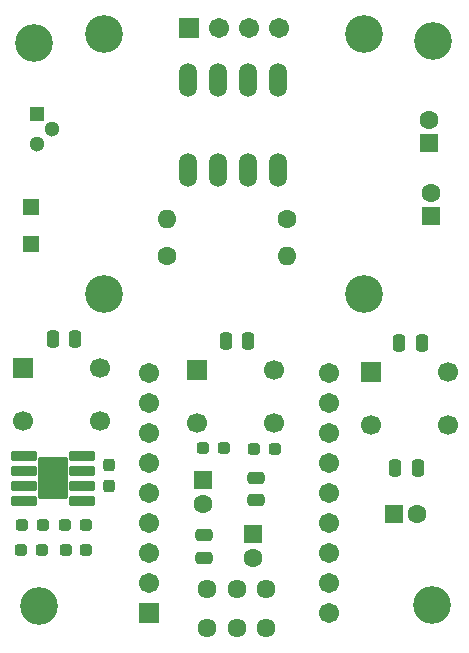
<source format=gbr>
%TF.GenerationSoftware,KiCad,Pcbnew,8.0.5*%
%TF.CreationDate,2026-02-13T21:56:33+07:00*%
%TF.ProjectId,Temperature_sensor,54656d70-6572-4617-9475-72655f73656e,rev?*%
%TF.SameCoordinates,Original*%
%TF.FileFunction,Soldermask,Top*%
%TF.FilePolarity,Negative*%
%FSLAX46Y46*%
G04 Gerber Fmt 4.6, Leading zero omitted, Abs format (unit mm)*
G04 Created by KiCad (PCBNEW 8.0.5) date 2026-02-13 21:56:33*
%MOMM*%
%LPD*%
G01*
G04 APERTURE LIST*
G04 Aperture macros list*
%AMRoundRect*
0 Rectangle with rounded corners*
0 $1 Rounding radius*
0 $2 $3 $4 $5 $6 $7 $8 $9 X,Y pos of 4 corners*
0 Add a 4 corners polygon primitive as box body*
4,1,4,$2,$3,$4,$5,$6,$7,$8,$9,$2,$3,0*
0 Add four circle primitives for the rounded corners*
1,1,$1+$1,$2,$3*
1,1,$1+$1,$4,$5*
1,1,$1+$1,$6,$7*
1,1,$1+$1,$8,$9*
0 Add four rect primitives between the rounded corners*
20,1,$1+$1,$2,$3,$4,$5,0*
20,1,$1+$1,$4,$5,$6,$7,0*
20,1,$1+$1,$6,$7,$8,$9,0*
20,1,$1+$1,$8,$9,$2,$3,0*%
G04 Aperture macros list end*
%ADD10R,1.700000X1.700000*%
%ADD11C,1.700000*%
%ADD12R,1.600000X1.600000*%
%ADD13C,1.600000*%
%ADD14O,1.524800X2.845600*%
%ADD15C,3.200000*%
%ADD16R,1.350000X1.350000*%
%ADD17RoundRect,0.237500X0.237500X-0.287500X0.237500X0.287500X-0.237500X0.287500X-0.237500X-0.287500X0*%
%ADD18RoundRect,0.237500X0.287500X0.237500X-0.287500X0.237500X-0.287500X-0.237500X0.287500X-0.237500X0*%
%ADD19C,1.612000*%
%ADD20RoundRect,0.250000X-0.250000X-0.475000X0.250000X-0.475000X0.250000X0.475000X-0.250000X0.475000X0*%
%ADD21RoundRect,0.100500X0.986500X0.301500X-0.986500X0.301500X-0.986500X-0.301500X0.986500X-0.301500X0*%
%ADD22RoundRect,0.102000X1.206500X1.651000X-1.206500X1.651000X-1.206500X-1.651000X1.206500X-1.651000X0*%
%ADD23RoundRect,0.250000X-0.475000X0.250000X-0.475000X-0.250000X0.475000X-0.250000X0.475000X0.250000X0*%
%ADD24RoundRect,0.237500X-0.287500X-0.237500X0.287500X-0.237500X0.287500X0.237500X-0.287500X0.237500X0*%
%ADD25R,1.300000X1.300000*%
%ADD26C,1.300000*%
%ADD27RoundRect,0.250000X0.250000X0.475000X-0.250000X0.475000X-0.250000X-0.475000X0.250000X-0.475000X0*%
%ADD28C,1.712000*%
%ADD29RoundRect,0.102000X-0.754000X-0.754000X0.754000X-0.754000X0.754000X0.754000X-0.754000X0.754000X0*%
%ADD30O,1.600000X1.600000*%
%ADD31C,3.204000*%
G04 APERTURE END LIST*
D10*
%TO.C,SW2*%
X139675000Y-88435000D03*
D11*
X146175000Y-88435000D03*
X139675000Y-92935000D03*
X146175000Y-92935000D03*
%TD*%
D12*
%TO.C,C4*%
X159295000Y-69230113D03*
D13*
X159295000Y-67230113D03*
%TD*%
D14*
%TO.C,TC7660*%
X138935000Y-71515000D03*
X141475000Y-71515000D03*
X144015000Y-71515000D03*
X146555000Y-71515000D03*
X146555000Y-63895000D03*
X144015000Y-63895000D03*
X141475000Y-63895000D03*
X138935000Y-63895000D03*
%TD*%
D15*
%TO.C,H2*%
X159625000Y-60585000D03*
%TD*%
D12*
%TO.C,C3*%
X159465000Y-75405000D03*
D13*
X159465000Y-73405000D03*
%TD*%
D16*
%TO.C,-*%
X125595000Y-77725000D03*
%TD*%
D17*
%TO.C,R1*%
X132195000Y-98240000D03*
X132195000Y-96490000D03*
%TD*%
D18*
%TO.C,R2*%
X126605000Y-101545000D03*
X124855000Y-101545000D03*
%TD*%
D19*
%TO.C,OFF                   ON*%
X145555000Y-110255000D03*
X143055000Y-110255000D03*
X140555000Y-110255000D03*
X145555000Y-106955000D03*
X143055000Y-106955000D03*
X140555000Y-106955000D03*
%TD*%
D20*
%TO.C,C8*%
X156445000Y-96685000D03*
X158345000Y-96685000D03*
%TD*%
D21*
%TO.C,TP4056*%
X129975000Y-99505000D03*
X129975000Y-98235000D03*
X129975000Y-96965000D03*
X129975000Y-95695000D03*
X125025000Y-95695000D03*
X125025000Y-96965000D03*
X125025000Y-98235000D03*
X125025000Y-99505000D03*
D22*
X127500000Y-97600000D03*
%TD*%
D12*
%TO.C,C9*%
X156315000Y-100635000D03*
D13*
X158315000Y-100635000D03*
%TD*%
D10*
%TO.C,SW1*%
X124975000Y-88255000D03*
D11*
X131475000Y-88255000D03*
X124975000Y-92755000D03*
X131475000Y-92755000D03*
%TD*%
D15*
%TO.C,H1*%
X125885000Y-60695000D03*
%TD*%
D16*
%TO.C,+*%
X125595000Y-74615000D03*
%TD*%
D23*
%TO.C,C1*%
X144685000Y-97535000D03*
X144685000Y-99435000D03*
%TD*%
D24*
%TO.C,D1*%
X128500000Y-101545000D03*
X130250000Y-101545000D03*
%TD*%
D12*
%TO.C,C11*%
X144395000Y-102345000D03*
D13*
X144395000Y-104345000D03*
%TD*%
D15*
%TO.C,H4*%
X126265000Y-108385000D03*
%TD*%
D25*
%TO.C,LM35DZ*%
X126095000Y-66755000D03*
D26*
X127365000Y-68025000D03*
X126095000Y-69295000D03*
%TD*%
D23*
%TO.C,C10*%
X140265000Y-102420112D03*
X140265000Y-104320112D03*
%TD*%
D12*
%TO.C,C2*%
X140160000Y-97750000D03*
D13*
X140160000Y-99750000D03*
%TD*%
D15*
%TO.C,H3*%
X159545000Y-108345000D03*
%TD*%
D24*
%TO.C,R6*%
X140200000Y-95045000D03*
X141950000Y-95045000D03*
%TD*%
D27*
%TO.C,C6*%
X144025000Y-85985000D03*
X142125000Y-85985000D03*
%TD*%
D20*
%TO.C,C7*%
X156805000Y-86165000D03*
X158705000Y-86165000D03*
%TD*%
D24*
%TO.C,R7*%
X144512500Y-95065000D03*
X146262500Y-95065000D03*
%TD*%
D10*
%TO.C,SW3*%
X154385000Y-88585000D03*
D11*
X160885000Y-88585000D03*
X154385000Y-93085000D03*
X160885000Y-93085000D03*
%TD*%
D18*
%TO.C,R3*%
X126537500Y-103635000D03*
X124787500Y-103635000D03*
%TD*%
D27*
%TO.C,C5*%
X129355000Y-85785000D03*
X127455000Y-85785000D03*
%TD*%
D24*
%TO.C,D2*%
X128542500Y-103645000D03*
X130292500Y-103645000D03*
%TD*%
D28*
%TO.C,esp32s3zero*%
X135635000Y-101375000D03*
X135635000Y-98835000D03*
X135635000Y-96295000D03*
X135635000Y-103915000D03*
X135635000Y-93755000D03*
X135635000Y-91215000D03*
D29*
X135635000Y-108995000D03*
D28*
X135635000Y-88675000D03*
X150875000Y-88675000D03*
X150875000Y-91215000D03*
X150875000Y-93755000D03*
X150875000Y-96295000D03*
X150875000Y-98835000D03*
X150875000Y-101375000D03*
X150875000Y-103915000D03*
X135635000Y-106455000D03*
X150875000Y-106455000D03*
X150875000Y-108995000D03*
%TD*%
D13*
%TO.C,R4*%
X137155000Y-78725000D03*
D30*
X147315000Y-78725000D03*
%TD*%
D13*
%TO.C,R5*%
X147295000Y-75615000D03*
D30*
X137135000Y-75615000D03*
%TD*%
D29*
%TO.C,OLED*%
X138985000Y-59465000D03*
D28*
X141525000Y-59465000D03*
X144065000Y-59465000D03*
X146605000Y-59465000D03*
D31*
X131795000Y-59965000D03*
X153795000Y-59965000D03*
X153795000Y-81965000D03*
X131795000Y-81965000D03*
%TD*%
M02*

</source>
